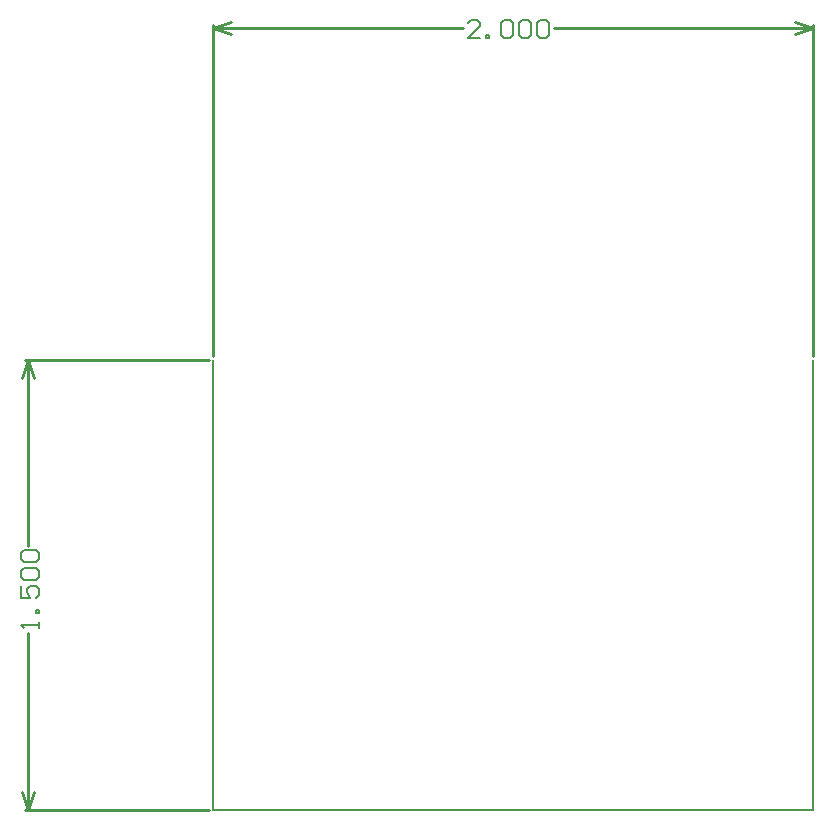
<source format=gm1>
%FSLAX23Y23*%
%MOIN*%
G70*
G01*
G75*
G04 Layer_Color=16711935*
%ADD10C,0.016*%
%ADD11C,0.010*%
%ADD12C,0.020*%
%ADD13C,0.018*%
%ADD14C,0.015*%
%ADD15C,0.100*%
%ADD16C,0.145*%
%ADD17C,0.050*%
%ADD18C,0.070*%
%ADD19C,0.060*%
%ADD20O,0.060X0.061*%
%ADD21C,0.059*%
%ADD22C,0.059*%
%ADD23R,0.059X0.059*%
%ADD24C,0.025*%
%ADD25R,0.051X0.059*%
%ADD26R,0.058X0.039*%
%ADD27R,0.022X0.057*%
%ADD28R,0.022X0.057*%
%ADD29R,0.039X0.058*%
%ADD30R,0.035X0.037*%
%ADD31R,0.035X0.037*%
%ADD32C,0.020*%
%ADD33C,0.025*%
%ADD34C,0.004*%
%ADD35C,0.006*%
%ADD36C,0.005*%
%ADD37C,0.004*%
%ADD38C,0.010*%
%ADD39C,0.008*%
%ADD40C,0.008*%
%ADD41R,0.420X0.140*%
%ADD42R,0.250X0.130*%
%ADD43R,0.170X0.050*%
%ADD44R,0.080X0.080*%
%ADD45R,0.021X0.068*%
%ADD46C,0.024*%
%ADD47C,0.108*%
%ADD48C,0.153*%
%ADD49C,0.058*%
%ADD50C,0.078*%
%ADD51C,0.068*%
%ADD52O,0.068X0.069*%
%ADD53C,0.067*%
%ADD54C,0.067*%
%ADD55R,0.067X0.067*%
%ADD56C,0.033*%
%ADD57R,0.059X0.067*%
%ADD58R,0.066X0.047*%
%ADD59R,0.030X0.065*%
%ADD60R,0.030X0.065*%
%ADD61R,0.047X0.066*%
%ADD62R,0.043X0.045*%
%ADD63R,0.043X0.045*%
D11*
X0Y1513D02*
Y2617D01*
X2000Y1513D02*
Y2617D01*
X0Y2607D02*
X833D01*
X1135D02*
X2000D01*
X0D02*
X60Y2587D01*
X0Y2607D02*
X60Y2627D01*
X1940D02*
X2000Y2607D01*
X1940Y2587D02*
X2000Y2607D01*
X-627Y0D02*
X-13D01*
X-627Y1500D02*
X-13D01*
X-617Y0D02*
Y588D01*
Y880D02*
Y1500D01*
Y0D02*
X-597Y60D01*
X-637D02*
X-617Y0D01*
X-637Y1440D02*
X-617Y1500D01*
X-597Y1440D01*
D35*
X889Y2571D02*
X849D01*
X889Y2611D01*
Y2621D01*
X879Y2631D01*
X859D01*
X849Y2621D01*
X909Y2571D02*
Y2581D01*
X919D01*
Y2571D01*
X909D01*
X959Y2621D02*
X969Y2631D01*
X989D01*
X999Y2621D01*
Y2581D01*
X989Y2571D01*
X969D01*
X959Y2581D01*
Y2621D01*
X1019D02*
X1029Y2631D01*
X1049D01*
X1059Y2621D01*
Y2581D01*
X1049Y2571D01*
X1029D01*
X1019Y2581D01*
Y2621D01*
X1079D02*
X1089Y2631D01*
X1109D01*
X1119Y2621D01*
Y2581D01*
X1109Y2571D01*
X1089D01*
X1079Y2581D01*
Y2621D01*
X-581Y604D02*
Y624D01*
Y614D01*
X-641D01*
X-631Y604D01*
X-581Y654D02*
X-591D01*
Y664D01*
X-581D01*
Y654D01*
X-641Y744D02*
Y704D01*
X-611D01*
X-621Y724D01*
Y734D01*
X-611Y744D01*
X-591D01*
X-581Y734D01*
Y714D01*
X-591Y704D01*
X-631Y764D02*
X-641Y774D01*
Y794D01*
X-631Y804D01*
X-591D01*
X-581Y794D01*
Y774D01*
X-591Y764D01*
X-631D01*
Y824D02*
X-641Y834D01*
Y854D01*
X-631Y864D01*
X-591D01*
X-581Y854D01*
Y834D01*
X-591Y824D01*
X-631D01*
D36*
X2000Y0D02*
Y1500D01*
X0Y0D02*
X2000D01*
X0D02*
Y1500D01*
M02*

</source>
